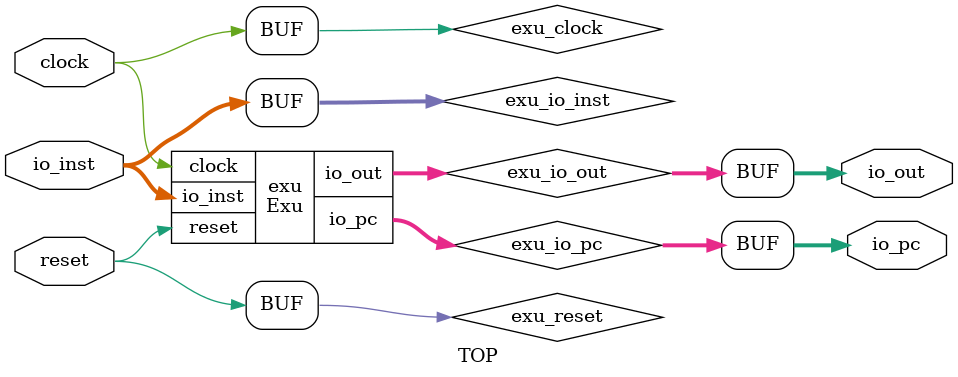
<source format=v>
module NextPc(
  input         io_pclj,
  input         io_pcrs1,
  input  [31:0] io_nowpc,
  input  [31:0] io_imm,
  input  [31:0] io_rs1,
  output [31:0] io_nextpc
);
  wire [31:0] immor4 = io_pclj ? io_imm : 32'h4; // @[singlecpu.scala 226:16]
  wire [31:0] rs1orpc = io_pcrs1 ? io_rs1 : io_nowpc; // @[singlecpu.scala 228:19]
  assign io_nextpc = rs1orpc + immor4; // @[singlecpu.scala 229:24]
endmodule
module PC(
  input         clock,
  input         reset,
  input  [31:0] io_pcin,
  output [31:0] io_pc
);
`ifdef RANDOMIZE_REG_INIT
  reg [31:0] _RAND_0;
`endif // RANDOMIZE_REG_INIT
  reg [31:0] pc; // @[singlecpu.scala 239:19]
  assign io_pc = pc; // @[singlecpu.scala 241:9]
  always @(posedge clock) begin
    if (reset) begin // @[singlecpu.scala 239:19]
      pc <= 32'h80000000; // @[singlecpu.scala 239:19]
    end else begin
      pc <= io_pcin; // @[singlecpu.scala 240:9]
    end
  end
// Register and memory initialization
`ifdef RANDOMIZE_GARBAGE_ASSIGN
`define RANDOMIZE
`endif
`ifdef RANDOMIZE_INVALID_ASSIGN
`define RANDOMIZE
`endif
`ifdef RANDOMIZE_REG_INIT
`define RANDOMIZE
`endif
`ifdef RANDOMIZE_MEM_INIT
`define RANDOMIZE
`endif
`ifndef RANDOM
`define RANDOM $random
`endif
`ifdef RANDOMIZE_MEM_INIT
  integer initvar;
`endif
`ifndef SYNTHESIS
`ifdef FIRRTL_BEFORE_INITIAL
`FIRRTL_BEFORE_INITIAL
`endif
initial begin
  `ifdef RANDOMIZE
    `ifdef INIT_RANDOM
      `INIT_RANDOM
    `endif
    `ifndef VERILATOR
      `ifdef RANDOMIZE_DELAY
        #`RANDOMIZE_DELAY begin end
      `else
        #0.002 begin end
      `endif
    `endif
`ifdef RANDOMIZE_REG_INIT
  _RAND_0 = {1{`RANDOM}};
  pc = _RAND_0[31:0];
`endif // RANDOMIZE_REG_INIT
  `endif // RANDOMIZE
end // initial
`ifdef FIRRTL_AFTER_INITIAL
`FIRRTL_AFTER_INITIAL
`endif
`endif // SYNTHESIS
endmodule
module InstDecode(
  input  [31:0] io_inst,
  output [2:0]  io_format,
  output        io_s1type,
  output        io_s2type,
  output [2:0]  io_jumpctl,
  output [4:0]  io_op,
  output        io_ftrace
);
  wire [31:0] _csignals_T = io_inst & 32'h707f; // @[Lookup.scala 31:38]
  wire  _csignals_T_1 = 32'h13 == _csignals_T; // @[Lookup.scala 31:38]
  wire  _csignals_T_3 = 32'h67 == _csignals_T; // @[Lookup.scala 31:38]
  wire [31:0] _csignals_T_4 = io_inst & 32'h7f; // @[Lookup.scala 31:38]
  wire  _csignals_T_5 = 32'h17 == _csignals_T_4; // @[Lookup.scala 31:38]
  wire  _csignals_T_7 = 32'h6f == _csignals_T_4; // @[Lookup.scala 31:38]
  wire  _csignals_T_9 = 32'h2023 == _csignals_T; // @[Lookup.scala 31:38]
  wire  _csignals_T_11 = 32'h0 == io_inst; // @[Lookup.scala 31:38]
  wire [2:0] _csignals_T_14 = _csignals_T_7 ? 3'h5 : 3'h6; // @[Lookup.scala 34:39]
  wire [2:0] _csignals_T_15 = _csignals_T_5 ? 3'h0 : _csignals_T_14; // @[Lookup.scala 34:39]
  wire [2:0] _csignals_T_16 = _csignals_T_3 ? 3'h1 : _csignals_T_15; // @[Lookup.scala 34:39]
  wire  _csignals_T_19 = _csignals_T_7 ? 1'h0 : 1'h1; // @[Lookup.scala 34:39]
  wire  _csignals_T_20 = _csignals_T_5 ? 1'h0 : _csignals_T_19; // @[Lookup.scala 34:39]
  wire  _csignals_T_22 = _csignals_T_11 ? 1'h0 : 1'h1; // @[Lookup.scala 34:39]
  wire  _csignals_T_23 = _csignals_T_9 ? 1'h0 : _csignals_T_22; // @[Lookup.scala 34:39]
  wire  _csignals_T_24 = _csignals_T_7 ? 1'h0 : _csignals_T_23; // @[Lookup.scala 34:39]
  wire  _csignals_T_25 = _csignals_T_5 ? 1'h0 : _csignals_T_24; // @[Lookup.scala 34:39]
  wire  _csignals_T_26 = _csignals_T_3 ? 1'h0 : _csignals_T_25; // @[Lookup.scala 34:39]
  wire [2:0] _csignals_T_29 = _csignals_T_7 ? 3'h1 : 3'h0; // @[Lookup.scala 34:39]
  wire [2:0] _csignals_T_30 = _csignals_T_5 ? 3'h0 : _csignals_T_29; // @[Lookup.scala 34:39]
  wire [2:0] _csignals_T_31 = _csignals_T_3 ? 3'h2 : _csignals_T_30; // @[Lookup.scala 34:39]
  wire [4:0] _csignals_T_32 = _csignals_T_11 ? 5'h1e : 5'h1f; // @[Lookup.scala 34:39]
  wire [4:0] _csignals_T_33 = _csignals_T_9 ? 5'h1e : _csignals_T_32; // @[Lookup.scala 34:39]
  wire [4:0] _csignals_T_34 = _csignals_T_7 ? 5'h2 : _csignals_T_33; // @[Lookup.scala 34:39]
  wire [4:0] _csignals_T_35 = _csignals_T_5 ? 5'h0 : _csignals_T_34; // @[Lookup.scala 34:39]
  wire [4:0] _csignals_T_36 = _csignals_T_3 ? 5'h2 : _csignals_T_35; // @[Lookup.scala 34:39]
  wire  _csignals_T_40 = _csignals_T_5 ? 1'h0 : _csignals_T_7; // @[Lookup.scala 34:39]
  assign io_format = _csignals_T_1 ? 3'h1 : _csignals_T_16; // @[Lookup.scala 34:39]
  assign io_s1type = _csignals_T_1 | (_csignals_T_3 | _csignals_T_20); // @[Lookup.scala 34:39]
  assign io_s2type = _csignals_T_1 ? 1'h0 : _csignals_T_26; // @[Lookup.scala 34:39]
  assign io_jumpctl = _csignals_T_1 ? 3'h0 : _csignals_T_31; // @[Lookup.scala 34:39]
  assign io_op = _csignals_T_1 ? 5'h0 : _csignals_T_36; // @[Lookup.scala 34:39]
  assign io_ftrace = _csignals_T_1 ? 1'h0 : _csignals_T_3 | _csignals_T_40; // @[Lookup.scala 34:39]
endmodule
module ImmGen(
  input  [2:0]  io_format,
  input  [19:0] io_inst,
  output [31:0] io_out
);
  wire [19:0] _io_out_T_2 = io_inst[19] ? 20'hfffff : 20'h0; // @[Bitwise.scala 77:12]
  wire [31:0] _io_out_T_4 = {_io_out_T_2,io_inst[19:8]}; // @[Cat.scala 33:92]
  wire [31:0] _io_out_T_7 = {io_inst,12'h0}; // @[Cat.scala 33:92]
  wire [11:0] _io_out_T_10 = io_inst[19] ? 12'hfff : 12'h0; // @[Bitwise.scala 77:12]
  wire [32:0] _io_out_T_15 = {_io_out_T_10,io_inst[19],io_inst[7:0],io_inst[8],io_inst[18:9],1'h0}; // @[Cat.scala 33:92]
  wire [32:0] _GEN_0 = io_format == 3'h5 ? _io_out_T_15 : 33'h0; // @[singlecpu.scala 257:36 260:12 262:12]
  wire [32:0] _GEN_1 = io_format == 3'h0 ? {{1'd0}, _io_out_T_7} : _GEN_0; // @[singlecpu.scala 255:36 256:12]
  wire [32:0] _GEN_2 = io_format == 3'h1 ? {{1'd0}, _io_out_T_4} : _GEN_1; // @[singlecpu.scala 253:30 254:12]
  assign io_out = _GEN_2[31:0];
endmodule
module RegFile(
  input         clock,
  input         reset,
  input  [4:0]  io_rs1,
  input  [4:0]  io_rs2,
  input  [4:0]  io_rd,
  input         io_wr,
  input  [31:0] io_datain,
  output [31:0] io_rs1out,
  output [31:0] io_rs2out,
  output [31:0] io_end_state
);
`ifdef RANDOMIZE_REG_INIT
  reg [31:0] _RAND_0;
  reg [31:0] _RAND_1;
  reg [31:0] _RAND_2;
  reg [31:0] _RAND_3;
  reg [31:0] _RAND_4;
  reg [31:0] _RAND_5;
  reg [31:0] _RAND_6;
  reg [31:0] _RAND_7;
  reg [31:0] _RAND_8;
  reg [31:0] _RAND_9;
  reg [31:0] _RAND_10;
  reg [31:0] _RAND_11;
  reg [31:0] _RAND_12;
  reg [31:0] _RAND_13;
  reg [31:0] _RAND_14;
  reg [31:0] _RAND_15;
  reg [31:0] _RAND_16;
  reg [31:0] _RAND_17;
  reg [31:0] _RAND_18;
  reg [31:0] _RAND_19;
  reg [31:0] _RAND_20;
  reg [31:0] _RAND_21;
  reg [31:0] _RAND_22;
  reg [31:0] _RAND_23;
  reg [31:0] _RAND_24;
  reg [31:0] _RAND_25;
  reg [31:0] _RAND_26;
  reg [31:0] _RAND_27;
  reg [31:0] _RAND_28;
  reg [31:0] _RAND_29;
  reg [31:0] _RAND_30;
  reg [31:0] _RAND_31;
`endif // RANDOMIZE_REG_INIT
  reg [31:0] regfile_0; // @[singlecpu.scala 280:24]
  reg [31:0] regfile_1; // @[singlecpu.scala 280:24]
  reg [31:0] regfile_2; // @[singlecpu.scala 280:24]
  reg [31:0] regfile_3; // @[singlecpu.scala 280:24]
  reg [31:0] regfile_4; // @[singlecpu.scala 280:24]
  reg [31:0] regfile_5; // @[singlecpu.scala 280:24]
  reg [31:0] regfile_6; // @[singlecpu.scala 280:24]
  reg [31:0] regfile_7; // @[singlecpu.scala 280:24]
  reg [31:0] regfile_8; // @[singlecpu.scala 280:24]
  reg [31:0] regfile_9; // @[singlecpu.scala 280:24]
  reg [31:0] regfile_10; // @[singlecpu.scala 280:24]
  reg [31:0] regfile_11; // @[singlecpu.scala 280:24]
  reg [31:0] regfile_12; // @[singlecpu.scala 280:24]
  reg [31:0] regfile_13; // @[singlecpu.scala 280:24]
  reg [31:0] regfile_14; // @[singlecpu.scala 280:24]
  reg [31:0] regfile_15; // @[singlecpu.scala 280:24]
  reg [31:0] regfile_16; // @[singlecpu.scala 280:24]
  reg [31:0] regfile_17; // @[singlecpu.scala 280:24]
  reg [31:0] regfile_18; // @[singlecpu.scala 280:24]
  reg [31:0] regfile_19; // @[singlecpu.scala 280:24]
  reg [31:0] regfile_20; // @[singlecpu.scala 280:24]
  reg [31:0] regfile_21; // @[singlecpu.scala 280:24]
  reg [31:0] regfile_22; // @[singlecpu.scala 280:24]
  reg [31:0] regfile_23; // @[singlecpu.scala 280:24]
  reg [31:0] regfile_24; // @[singlecpu.scala 280:24]
  reg [31:0] regfile_25; // @[singlecpu.scala 280:24]
  reg [31:0] regfile_26; // @[singlecpu.scala 280:24]
  reg [31:0] regfile_27; // @[singlecpu.scala 280:24]
  reg [31:0] regfile_28; // @[singlecpu.scala 280:24]
  reg [31:0] regfile_29; // @[singlecpu.scala 280:24]
  reg [31:0] regfile_30; // @[singlecpu.scala 280:24]
  reg [31:0] regfile_31; // @[singlecpu.scala 280:24]
  wire [31:0] _GEN_65 = 5'h1 == io_rs1 ? regfile_1 : regfile_0; // @[singlecpu.scala 291:{13,13}]
  wire [31:0] _GEN_66 = 5'h2 == io_rs1 ? regfile_2 : _GEN_65; // @[singlecpu.scala 291:{13,13}]
  wire [31:0] _GEN_67 = 5'h3 == io_rs1 ? regfile_3 : _GEN_66; // @[singlecpu.scala 291:{13,13}]
  wire [31:0] _GEN_68 = 5'h4 == io_rs1 ? regfile_4 : _GEN_67; // @[singlecpu.scala 291:{13,13}]
  wire [31:0] _GEN_69 = 5'h5 == io_rs1 ? regfile_5 : _GEN_68; // @[singlecpu.scala 291:{13,13}]
  wire [31:0] _GEN_70 = 5'h6 == io_rs1 ? regfile_6 : _GEN_69; // @[singlecpu.scala 291:{13,13}]
  wire [31:0] _GEN_71 = 5'h7 == io_rs1 ? regfile_7 : _GEN_70; // @[singlecpu.scala 291:{13,13}]
  wire [31:0] _GEN_72 = 5'h8 == io_rs1 ? regfile_8 : _GEN_71; // @[singlecpu.scala 291:{13,13}]
  wire [31:0] _GEN_73 = 5'h9 == io_rs1 ? regfile_9 : _GEN_72; // @[singlecpu.scala 291:{13,13}]
  wire [31:0] _GEN_74 = 5'ha == io_rs1 ? regfile_10 : _GEN_73; // @[singlecpu.scala 291:{13,13}]
  wire [31:0] _GEN_75 = 5'hb == io_rs1 ? regfile_11 : _GEN_74; // @[singlecpu.scala 291:{13,13}]
  wire [31:0] _GEN_76 = 5'hc == io_rs1 ? regfile_12 : _GEN_75; // @[singlecpu.scala 291:{13,13}]
  wire [31:0] _GEN_77 = 5'hd == io_rs1 ? regfile_13 : _GEN_76; // @[singlecpu.scala 291:{13,13}]
  wire [31:0] _GEN_78 = 5'he == io_rs1 ? regfile_14 : _GEN_77; // @[singlecpu.scala 291:{13,13}]
  wire [31:0] _GEN_79 = 5'hf == io_rs1 ? regfile_15 : _GEN_78; // @[singlecpu.scala 291:{13,13}]
  wire [31:0] _GEN_80 = 5'h10 == io_rs1 ? regfile_16 : _GEN_79; // @[singlecpu.scala 291:{13,13}]
  wire [31:0] _GEN_81 = 5'h11 == io_rs1 ? regfile_17 : _GEN_80; // @[singlecpu.scala 291:{13,13}]
  wire [31:0] _GEN_82 = 5'h12 == io_rs1 ? regfile_18 : _GEN_81; // @[singlecpu.scala 291:{13,13}]
  wire [31:0] _GEN_83 = 5'h13 == io_rs1 ? regfile_19 : _GEN_82; // @[singlecpu.scala 291:{13,13}]
  wire [31:0] _GEN_84 = 5'h14 == io_rs1 ? regfile_20 : _GEN_83; // @[singlecpu.scala 291:{13,13}]
  wire [31:0] _GEN_85 = 5'h15 == io_rs1 ? regfile_21 : _GEN_84; // @[singlecpu.scala 291:{13,13}]
  wire [31:0] _GEN_86 = 5'h16 == io_rs1 ? regfile_22 : _GEN_85; // @[singlecpu.scala 291:{13,13}]
  wire [31:0] _GEN_87 = 5'h17 == io_rs1 ? regfile_23 : _GEN_86; // @[singlecpu.scala 291:{13,13}]
  wire [31:0] _GEN_88 = 5'h18 == io_rs1 ? regfile_24 : _GEN_87; // @[singlecpu.scala 291:{13,13}]
  wire [31:0] _GEN_89 = 5'h19 == io_rs1 ? regfile_25 : _GEN_88; // @[singlecpu.scala 291:{13,13}]
  wire [31:0] _GEN_90 = 5'h1a == io_rs1 ? regfile_26 : _GEN_89; // @[singlecpu.scala 291:{13,13}]
  wire [31:0] _GEN_91 = 5'h1b == io_rs1 ? regfile_27 : _GEN_90; // @[singlecpu.scala 291:{13,13}]
  wire [31:0] _GEN_92 = 5'h1c == io_rs1 ? regfile_28 : _GEN_91; // @[singlecpu.scala 291:{13,13}]
  wire [31:0] _GEN_93 = 5'h1d == io_rs1 ? regfile_29 : _GEN_92; // @[singlecpu.scala 291:{13,13}]
  wire [31:0] _GEN_94 = 5'h1e == io_rs1 ? regfile_30 : _GEN_93; // @[singlecpu.scala 291:{13,13}]
  wire [31:0] _GEN_97 = 5'h1 == io_rs2 ? regfile_1 : regfile_0; // @[singlecpu.scala 292:{13,13}]
  wire [31:0] _GEN_98 = 5'h2 == io_rs2 ? regfile_2 : _GEN_97; // @[singlecpu.scala 292:{13,13}]
  wire [31:0] _GEN_99 = 5'h3 == io_rs2 ? regfile_3 : _GEN_98; // @[singlecpu.scala 292:{13,13}]
  wire [31:0] _GEN_100 = 5'h4 == io_rs2 ? regfile_4 : _GEN_99; // @[singlecpu.scala 292:{13,13}]
  wire [31:0] _GEN_101 = 5'h5 == io_rs2 ? regfile_5 : _GEN_100; // @[singlecpu.scala 292:{13,13}]
  wire [31:0] _GEN_102 = 5'h6 == io_rs2 ? regfile_6 : _GEN_101; // @[singlecpu.scala 292:{13,13}]
  wire [31:0] _GEN_103 = 5'h7 == io_rs2 ? regfile_7 : _GEN_102; // @[singlecpu.scala 292:{13,13}]
  wire [31:0] _GEN_104 = 5'h8 == io_rs2 ? regfile_8 : _GEN_103; // @[singlecpu.scala 292:{13,13}]
  wire [31:0] _GEN_105 = 5'h9 == io_rs2 ? regfile_9 : _GEN_104; // @[singlecpu.scala 292:{13,13}]
  wire [31:0] _GEN_106 = 5'ha == io_rs2 ? regfile_10 : _GEN_105; // @[singlecpu.scala 292:{13,13}]
  wire [31:0] _GEN_107 = 5'hb == io_rs2 ? regfile_11 : _GEN_106; // @[singlecpu.scala 292:{13,13}]
  wire [31:0] _GEN_108 = 5'hc == io_rs2 ? regfile_12 : _GEN_107; // @[singlecpu.scala 292:{13,13}]
  wire [31:0] _GEN_109 = 5'hd == io_rs2 ? regfile_13 : _GEN_108; // @[singlecpu.scala 292:{13,13}]
  wire [31:0] _GEN_110 = 5'he == io_rs2 ? regfile_14 : _GEN_109; // @[singlecpu.scala 292:{13,13}]
  wire [31:0] _GEN_111 = 5'hf == io_rs2 ? regfile_15 : _GEN_110; // @[singlecpu.scala 292:{13,13}]
  wire [31:0] _GEN_112 = 5'h10 == io_rs2 ? regfile_16 : _GEN_111; // @[singlecpu.scala 292:{13,13}]
  wire [31:0] _GEN_113 = 5'h11 == io_rs2 ? regfile_17 : _GEN_112; // @[singlecpu.scala 292:{13,13}]
  wire [31:0] _GEN_114 = 5'h12 == io_rs2 ? regfile_18 : _GEN_113; // @[singlecpu.scala 292:{13,13}]
  wire [31:0] _GEN_115 = 5'h13 == io_rs2 ? regfile_19 : _GEN_114; // @[singlecpu.scala 292:{13,13}]
  wire [31:0] _GEN_116 = 5'h14 == io_rs2 ? regfile_20 : _GEN_115; // @[singlecpu.scala 292:{13,13}]
  wire [31:0] _GEN_117 = 5'h15 == io_rs2 ? regfile_21 : _GEN_116; // @[singlecpu.scala 292:{13,13}]
  wire [31:0] _GEN_118 = 5'h16 == io_rs2 ? regfile_22 : _GEN_117; // @[singlecpu.scala 292:{13,13}]
  wire [31:0] _GEN_119 = 5'h17 == io_rs2 ? regfile_23 : _GEN_118; // @[singlecpu.scala 292:{13,13}]
  wire [31:0] _GEN_120 = 5'h18 == io_rs2 ? regfile_24 : _GEN_119; // @[singlecpu.scala 292:{13,13}]
  wire [31:0] _GEN_121 = 5'h19 == io_rs2 ? regfile_25 : _GEN_120; // @[singlecpu.scala 292:{13,13}]
  wire [31:0] _GEN_122 = 5'h1a == io_rs2 ? regfile_26 : _GEN_121; // @[singlecpu.scala 292:{13,13}]
  wire [31:0] _GEN_123 = 5'h1b == io_rs2 ? regfile_27 : _GEN_122; // @[singlecpu.scala 292:{13,13}]
  wire [31:0] _GEN_124 = 5'h1c == io_rs2 ? regfile_28 : _GEN_123; // @[singlecpu.scala 292:{13,13}]
  wire [31:0] _GEN_125 = 5'h1d == io_rs2 ? regfile_29 : _GEN_124; // @[singlecpu.scala 292:{13,13}]
  wire [31:0] _GEN_126 = 5'h1e == io_rs2 ? regfile_30 : _GEN_125; // @[singlecpu.scala 292:{13,13}]
  assign io_rs1out = 5'h1f == io_rs1 ? regfile_31 : _GEN_94; // @[singlecpu.scala 291:{13,13}]
  assign io_rs2out = 5'h1f == io_rs2 ? regfile_31 : _GEN_126; // @[singlecpu.scala 292:{13,13}]
  assign io_end_state = regfile_10; // @[singlecpu.scala 281:16]
  always @(posedge clock) begin
    if (reset) begin // @[singlecpu.scala 280:24]
      regfile_0 <= 32'h0; // @[singlecpu.scala 280:24]
    end else if (io_wr) begin // @[singlecpu.scala 286:15]
      if (5'h0 == io_rd) begin // @[singlecpu.scala 287:20]
        if (io_rd == 5'h0) begin // @[singlecpu.scala 287:26]
          regfile_0 <= 32'h0;
        end else begin
          regfile_0 <= io_datain;
        end
      end
    end
    if (reset) begin // @[singlecpu.scala 280:24]
      regfile_1 <= 32'h0; // @[singlecpu.scala 280:24]
    end else if (io_wr) begin // @[singlecpu.scala 286:15]
      if (5'h1 == io_rd) begin // @[singlecpu.scala 287:20]
        if (io_rd == 5'h0) begin // @[singlecpu.scala 287:26]
          regfile_1 <= 32'h0;
        end else begin
          regfile_1 <= io_datain;
        end
      end
    end
    if (reset) begin // @[singlecpu.scala 280:24]
      regfile_2 <= 32'h0; // @[singlecpu.scala 280:24]
    end else if (io_wr) begin // @[singlecpu.scala 286:15]
      if (5'h2 == io_rd) begin // @[singlecpu.scala 287:20]
        if (io_rd == 5'h0) begin // @[singlecpu.scala 287:26]
          regfile_2 <= 32'h0;
        end else begin
          regfile_2 <= io_datain;
        end
      end
    end
    if (reset) begin // @[singlecpu.scala 280:24]
      regfile_3 <= 32'h0; // @[singlecpu.scala 280:24]
    end else if (io_wr) begin // @[singlecpu.scala 286:15]
      if (5'h3 == io_rd) begin // @[singlecpu.scala 287:20]
        if (io_rd == 5'h0) begin // @[singlecpu.scala 287:26]
          regfile_3 <= 32'h0;
        end else begin
          regfile_3 <= io_datain;
        end
      end
    end
    if (reset) begin // @[singlecpu.scala 280:24]
      regfile_4 <= 32'h0; // @[singlecpu.scala 280:24]
    end else if (io_wr) begin // @[singlecpu.scala 286:15]
      if (5'h4 == io_rd) begin // @[singlecpu.scala 287:20]
        if (io_rd == 5'h0) begin // @[singlecpu.scala 287:26]
          regfile_4 <= 32'h0;
        end else begin
          regfile_4 <= io_datain;
        end
      end
    end
    if (reset) begin // @[singlecpu.scala 280:24]
      regfile_5 <= 32'h0; // @[singlecpu.scala 280:24]
    end else if (io_wr) begin // @[singlecpu.scala 286:15]
      if (5'h5 == io_rd) begin // @[singlecpu.scala 287:20]
        if (io_rd == 5'h0) begin // @[singlecpu.scala 287:26]
          regfile_5 <= 32'h0;
        end else begin
          regfile_5 <= io_datain;
        end
      end
    end
    if (reset) begin // @[singlecpu.scala 280:24]
      regfile_6 <= 32'h0; // @[singlecpu.scala 280:24]
    end else if (io_wr) begin // @[singlecpu.scala 286:15]
      if (5'h6 == io_rd) begin // @[singlecpu.scala 287:20]
        if (io_rd == 5'h0) begin // @[singlecpu.scala 287:26]
          regfile_6 <= 32'h0;
        end else begin
          regfile_6 <= io_datain;
        end
      end
    end
    if (reset) begin // @[singlecpu.scala 280:24]
      regfile_7 <= 32'h0; // @[singlecpu.scala 280:24]
    end else if (io_wr) begin // @[singlecpu.scala 286:15]
      if (5'h7 == io_rd) begin // @[singlecpu.scala 287:20]
        if (io_rd == 5'h0) begin // @[singlecpu.scala 287:26]
          regfile_7 <= 32'h0;
        end else begin
          regfile_7 <= io_datain;
        end
      end
    end
    if (reset) begin // @[singlecpu.scala 280:24]
      regfile_8 <= 32'h0; // @[singlecpu.scala 280:24]
    end else if (io_wr) begin // @[singlecpu.scala 286:15]
      if (5'h8 == io_rd) begin // @[singlecpu.scala 287:20]
        if (io_rd == 5'h0) begin // @[singlecpu.scala 287:26]
          regfile_8 <= 32'h0;
        end else begin
          regfile_8 <= io_datain;
        end
      end
    end
    if (reset) begin // @[singlecpu.scala 280:24]
      regfile_9 <= 32'h0; // @[singlecpu.scala 280:24]
    end else if (io_wr) begin // @[singlecpu.scala 286:15]
      if (5'h9 == io_rd) begin // @[singlecpu.scala 287:20]
        if (io_rd == 5'h0) begin // @[singlecpu.scala 287:26]
          regfile_9 <= 32'h0;
        end else begin
          regfile_9 <= io_datain;
        end
      end
    end
    if (reset) begin // @[singlecpu.scala 280:24]
      regfile_10 <= 32'h0; // @[singlecpu.scala 280:24]
    end else if (io_wr) begin // @[singlecpu.scala 286:15]
      if (5'ha == io_rd) begin // @[singlecpu.scala 287:20]
        if (io_rd == 5'h0) begin // @[singlecpu.scala 287:26]
          regfile_10 <= 32'h0;
        end else begin
          regfile_10 <= io_datain;
        end
      end
    end
    if (reset) begin // @[singlecpu.scala 280:24]
      regfile_11 <= 32'h0; // @[singlecpu.scala 280:24]
    end else if (io_wr) begin // @[singlecpu.scala 286:15]
      if (5'hb == io_rd) begin // @[singlecpu.scala 287:20]
        if (io_rd == 5'h0) begin // @[singlecpu.scala 287:26]
          regfile_11 <= 32'h0;
        end else begin
          regfile_11 <= io_datain;
        end
      end
    end
    if (reset) begin // @[singlecpu.scala 280:24]
      regfile_12 <= 32'h0; // @[singlecpu.scala 280:24]
    end else if (io_wr) begin // @[singlecpu.scala 286:15]
      if (5'hc == io_rd) begin // @[singlecpu.scala 287:20]
        if (io_rd == 5'h0) begin // @[singlecpu.scala 287:26]
          regfile_12 <= 32'h0;
        end else begin
          regfile_12 <= io_datain;
        end
      end
    end
    if (reset) begin // @[singlecpu.scala 280:24]
      regfile_13 <= 32'h0; // @[singlecpu.scala 280:24]
    end else if (io_wr) begin // @[singlecpu.scala 286:15]
      if (5'hd == io_rd) begin // @[singlecpu.scala 287:20]
        if (io_rd == 5'h0) begin // @[singlecpu.scala 287:26]
          regfile_13 <= 32'h0;
        end else begin
          regfile_13 <= io_datain;
        end
      end
    end
    if (reset) begin // @[singlecpu.scala 280:24]
      regfile_14 <= 32'h0; // @[singlecpu.scala 280:24]
    end else if (io_wr) begin // @[singlecpu.scala 286:15]
      if (5'he == io_rd) begin // @[singlecpu.scala 287:20]
        if (io_rd == 5'h0) begin // @[singlecpu.scala 287:26]
          regfile_14 <= 32'h0;
        end else begin
          regfile_14 <= io_datain;
        end
      end
    end
    if (reset) begin // @[singlecpu.scala 280:24]
      regfile_15 <= 32'h0; // @[singlecpu.scala 280:24]
    end else if (io_wr) begin // @[singlecpu.scala 286:15]
      if (5'hf == io_rd) begin // @[singlecpu.scala 287:20]
        if (io_rd == 5'h0) begin // @[singlecpu.scala 287:26]
          regfile_15 <= 32'h0;
        end else begin
          regfile_15 <= io_datain;
        end
      end
    end
    if (reset) begin // @[singlecpu.scala 280:24]
      regfile_16 <= 32'h0; // @[singlecpu.scala 280:24]
    end else if (io_wr) begin // @[singlecpu.scala 286:15]
      if (5'h10 == io_rd) begin // @[singlecpu.scala 287:20]
        if (io_rd == 5'h0) begin // @[singlecpu.scala 287:26]
          regfile_16 <= 32'h0;
        end else begin
          regfile_16 <= io_datain;
        end
      end
    end
    if (reset) begin // @[singlecpu.scala 280:24]
      regfile_17 <= 32'h0; // @[singlecpu.scala 280:24]
    end else if (io_wr) begin // @[singlecpu.scala 286:15]
      if (5'h11 == io_rd) begin // @[singlecpu.scala 287:20]
        if (io_rd == 5'h0) begin // @[singlecpu.scala 287:26]
          regfile_17 <= 32'h0;
        end else begin
          regfile_17 <= io_datain;
        end
      end
    end
    if (reset) begin // @[singlecpu.scala 280:24]
      regfile_18 <= 32'h0; // @[singlecpu.scala 280:24]
    end else if (io_wr) begin // @[singlecpu.scala 286:15]
      if (5'h12 == io_rd) begin // @[singlecpu.scala 287:20]
        if (io_rd == 5'h0) begin // @[singlecpu.scala 287:26]
          regfile_18 <= 32'h0;
        end else begin
          regfile_18 <= io_datain;
        end
      end
    end
    if (reset) begin // @[singlecpu.scala 280:24]
      regfile_19 <= 32'h0; // @[singlecpu.scala 280:24]
    end else if (io_wr) begin // @[singlecpu.scala 286:15]
      if (5'h13 == io_rd) begin // @[singlecpu.scala 287:20]
        if (io_rd == 5'h0) begin // @[singlecpu.scala 287:26]
          regfile_19 <= 32'h0;
        end else begin
          regfile_19 <= io_datain;
        end
      end
    end
    if (reset) begin // @[singlecpu.scala 280:24]
      regfile_20 <= 32'h0; // @[singlecpu.scala 280:24]
    end else if (io_wr) begin // @[singlecpu.scala 286:15]
      if (5'h14 == io_rd) begin // @[singlecpu.scala 287:20]
        if (io_rd == 5'h0) begin // @[singlecpu.scala 287:26]
          regfile_20 <= 32'h0;
        end else begin
          regfile_20 <= io_datain;
        end
      end
    end
    if (reset) begin // @[singlecpu.scala 280:24]
      regfile_21 <= 32'h0; // @[singlecpu.scala 280:24]
    end else if (io_wr) begin // @[singlecpu.scala 286:15]
      if (5'h15 == io_rd) begin // @[singlecpu.scala 287:20]
        if (io_rd == 5'h0) begin // @[singlecpu.scala 287:26]
          regfile_21 <= 32'h0;
        end else begin
          regfile_21 <= io_datain;
        end
      end
    end
    if (reset) begin // @[singlecpu.scala 280:24]
      regfile_22 <= 32'h0; // @[singlecpu.scala 280:24]
    end else if (io_wr) begin // @[singlecpu.scala 286:15]
      if (5'h16 == io_rd) begin // @[singlecpu.scala 287:20]
        if (io_rd == 5'h0) begin // @[singlecpu.scala 287:26]
          regfile_22 <= 32'h0;
        end else begin
          regfile_22 <= io_datain;
        end
      end
    end
    if (reset) begin // @[singlecpu.scala 280:24]
      regfile_23 <= 32'h0; // @[singlecpu.scala 280:24]
    end else if (io_wr) begin // @[singlecpu.scala 286:15]
      if (5'h17 == io_rd) begin // @[singlecpu.scala 287:20]
        if (io_rd == 5'h0) begin // @[singlecpu.scala 287:26]
          regfile_23 <= 32'h0;
        end else begin
          regfile_23 <= io_datain;
        end
      end
    end
    if (reset) begin // @[singlecpu.scala 280:24]
      regfile_24 <= 32'h0; // @[singlecpu.scala 280:24]
    end else if (io_wr) begin // @[singlecpu.scala 286:15]
      if (5'h18 == io_rd) begin // @[singlecpu.scala 287:20]
        if (io_rd == 5'h0) begin // @[singlecpu.scala 287:26]
          regfile_24 <= 32'h0;
        end else begin
          regfile_24 <= io_datain;
        end
      end
    end
    if (reset) begin // @[singlecpu.scala 280:24]
      regfile_25 <= 32'h0; // @[singlecpu.scala 280:24]
    end else if (io_wr) begin // @[singlecpu.scala 286:15]
      if (5'h19 == io_rd) begin // @[singlecpu.scala 287:20]
        if (io_rd == 5'h0) begin // @[singlecpu.scala 287:26]
          regfile_25 <= 32'h0;
        end else begin
          regfile_25 <= io_datain;
        end
      end
    end
    if (reset) begin // @[singlecpu.scala 280:24]
      regfile_26 <= 32'h0; // @[singlecpu.scala 280:24]
    end else if (io_wr) begin // @[singlecpu.scala 286:15]
      if (5'h1a == io_rd) begin // @[singlecpu.scala 287:20]
        if (io_rd == 5'h0) begin // @[singlecpu.scala 287:26]
          regfile_26 <= 32'h0;
        end else begin
          regfile_26 <= io_datain;
        end
      end
    end
    if (reset) begin // @[singlecpu.scala 280:24]
      regfile_27 <= 32'h0; // @[singlecpu.scala 280:24]
    end else if (io_wr) begin // @[singlecpu.scala 286:15]
      if (5'h1b == io_rd) begin // @[singlecpu.scala 287:20]
        if (io_rd == 5'h0) begin // @[singlecpu.scala 287:26]
          regfile_27 <= 32'h0;
        end else begin
          regfile_27 <= io_datain;
        end
      end
    end
    if (reset) begin // @[singlecpu.scala 280:24]
      regfile_28 <= 32'h0; // @[singlecpu.scala 280:24]
    end else if (io_wr) begin // @[singlecpu.scala 286:15]
      if (5'h1c == io_rd) begin // @[singlecpu.scala 287:20]
        if (io_rd == 5'h0) begin // @[singlecpu.scala 287:26]
          regfile_28 <= 32'h0;
        end else begin
          regfile_28 <= io_datain;
        end
      end
    end
    if (reset) begin // @[singlecpu.scala 280:24]
      regfile_29 <= 32'h0; // @[singlecpu.scala 280:24]
    end else if (io_wr) begin // @[singlecpu.scala 286:15]
      if (5'h1d == io_rd) begin // @[singlecpu.scala 287:20]
        if (io_rd == 5'h0) begin // @[singlecpu.scala 287:26]
          regfile_29 <= 32'h0;
        end else begin
          regfile_29 <= io_datain;
        end
      end
    end
    if (reset) begin // @[singlecpu.scala 280:24]
      regfile_30 <= 32'h0; // @[singlecpu.scala 280:24]
    end else if (io_wr) begin // @[singlecpu.scala 286:15]
      if (5'h1e == io_rd) begin // @[singlecpu.scala 287:20]
        if (io_rd == 5'h0) begin // @[singlecpu.scala 287:26]
          regfile_30 <= 32'h0;
        end else begin
          regfile_30 <= io_datain;
        end
      end
    end
    if (reset) begin // @[singlecpu.scala 280:24]
      regfile_31 <= 32'h0; // @[singlecpu.scala 280:24]
    end else if (io_wr) begin // @[singlecpu.scala 286:15]
      if (5'h1f == io_rd) begin // @[singlecpu.scala 287:20]
        if (io_rd == 5'h0) begin // @[singlecpu.scala 287:26]
          regfile_31 <= 32'h0;
        end else begin
          regfile_31 <= io_datain;
        end
      end
    end
  end
// Register and memory initialization
`ifdef RANDOMIZE_GARBAGE_ASSIGN
`define RANDOMIZE
`endif
`ifdef RANDOMIZE_INVALID_ASSIGN
`define RANDOMIZE
`endif
`ifdef RANDOMIZE_REG_INIT
`define RANDOMIZE
`endif
`ifdef RANDOMIZE_MEM_INIT
`define RANDOMIZE
`endif
`ifndef RANDOM
`define RANDOM $random
`endif
`ifdef RANDOMIZE_MEM_INIT
  integer initvar;
`endif
`ifndef SYNTHESIS
`ifdef FIRRTL_BEFORE_INITIAL
`FIRRTL_BEFORE_INITIAL
`endif
initial begin
  `ifdef RANDOMIZE
    `ifdef INIT_RANDOM
      `INIT_RANDOM
    `endif
    `ifndef VERILATOR
      `ifdef RANDOMIZE_DELAY
        #`RANDOMIZE_DELAY begin end
      `else
        #0.002 begin end
      `endif
    `endif
`ifdef RANDOMIZE_REG_INIT
  _RAND_0 = {1{`RANDOM}};
  regfile_0 = _RAND_0[31:0];
  _RAND_1 = {1{`RANDOM}};
  regfile_1 = _RAND_1[31:0];
  _RAND_2 = {1{`RANDOM}};
  regfile_2 = _RAND_2[31:0];
  _RAND_3 = {1{`RANDOM}};
  regfile_3 = _RAND_3[31:0];
  _RAND_4 = {1{`RANDOM}};
  regfile_4 = _RAND_4[31:0];
  _RAND_5 = {1{`RANDOM}};
  regfile_5 = _RAND_5[31:0];
  _RAND_6 = {1{`RANDOM}};
  regfile_6 = _RAND_6[31:0];
  _RAND_7 = {1{`RANDOM}};
  regfile_7 = _RAND_7[31:0];
  _RAND_8 = {1{`RANDOM}};
  regfile_8 = _RAND_8[31:0];
  _RAND_9 = {1{`RANDOM}};
  regfile_9 = _RAND_9[31:0];
  _RAND_10 = {1{`RANDOM}};
  regfile_10 = _RAND_10[31:0];
  _RAND_11 = {1{`RANDOM}};
  regfile_11 = _RAND_11[31:0];
  _RAND_12 = {1{`RANDOM}};
  regfile_12 = _RAND_12[31:0];
  _RAND_13 = {1{`RANDOM}};
  regfile_13 = _RAND_13[31:0];
  _RAND_14 = {1{`RANDOM}};
  regfile_14 = _RAND_14[31:0];
  _RAND_15 = {1{`RANDOM}};
  regfile_15 = _RAND_15[31:0];
  _RAND_16 = {1{`RANDOM}};
  regfile_16 = _RAND_16[31:0];
  _RAND_17 = {1{`RANDOM}};
  regfile_17 = _RAND_17[31:0];
  _RAND_18 = {1{`RANDOM}};
  regfile_18 = _RAND_18[31:0];
  _RAND_19 = {1{`RANDOM}};
  regfile_19 = _RAND_19[31:0];
  _RAND_20 = {1{`RANDOM}};
  regfile_20 = _RAND_20[31:0];
  _RAND_21 = {1{`RANDOM}};
  regfile_21 = _RAND_21[31:0];
  _RAND_22 = {1{`RANDOM}};
  regfile_22 = _RAND_22[31:0];
  _RAND_23 = {1{`RANDOM}};
  regfile_23 = _RAND_23[31:0];
  _RAND_24 = {1{`RANDOM}};
  regfile_24 = _RAND_24[31:0];
  _RAND_25 = {1{`RANDOM}};
  regfile_25 = _RAND_25[31:0];
  _RAND_26 = {1{`RANDOM}};
  regfile_26 = _RAND_26[31:0];
  _RAND_27 = {1{`RANDOM}};
  regfile_27 = _RAND_27[31:0];
  _RAND_28 = {1{`RANDOM}};
  regfile_28 = _RAND_28[31:0];
  _RAND_29 = {1{`RANDOM}};
  regfile_29 = _RAND_29[31:0];
  _RAND_30 = {1{`RANDOM}};
  regfile_30 = _RAND_30[31:0];
  _RAND_31 = {1{`RANDOM}};
  regfile_31 = _RAND_31[31:0];
`endif // RANDOMIZE_REG_INIT
  `endif // RANDOMIZE
end // initial
`ifdef FIRRTL_AFTER_INITIAL
`FIRRTL_AFTER_INITIAL
`endif
`endif // SYNTHESIS
endmodule
module R1mux(
  input         io_r1type,
  input  [31:0] io_rs1,
  input  [31:0] io_pc,
  output [31:0] io_r1out
);
  assign io_r1out = io_r1type ? io_rs1 : io_pc; // @[singlecpu.scala 135:18]
endmodule
module Alu(
  input         clock,
  input         reset,
  input  [31:0] io_s1,
  input  [31:0] io_s2,
  input  [4:0]  io_op,
  output [31:0] io_out,
  output        io_rw,
  output        io_end
);
  wire  _T = io_op == 5'h0; // @[singlecpu.scala 162:14]
  wire [31:0] _io_out_T_1 = io_s1 + io_s2; // @[singlecpu.scala 163:21]
  wire  _T_1 = io_op == 5'h1f; // @[singlecpu.scala 166:20]
  wire  _T_2 = io_op == 5'h1e; // @[singlecpu.scala 171:20]
  wire  _T_4 = ~reset; // @[singlecpu.scala 174:11]
  wire  _T_5 = io_op == 5'h2; // @[singlecpu.scala 175:20]
  wire [31:0] _io_out_T_3 = io_s1 + 32'h4; // @[singlecpu.scala 176:21]
  wire [31:0] _GEN_0 = io_op == 5'h2 ? _io_out_T_3 : 32'h0; // @[singlecpu.scala 175:33 176:12 181:12]
  wire  _GEN_2 = io_op == 5'h2 ? 1'h0 : 1'h1; // @[singlecpu.scala 160:10 175:33 183:12]
  wire [31:0] _GEN_3 = io_op == 5'h1e ? 32'h0 : _GEN_0; // @[singlecpu.scala 171:32 172:12]
  wire  _GEN_4 = io_op == 5'h1e ? 1'h0 : _T_5; // @[singlecpu.scala 171:32 173:12]
  wire  _GEN_5 = io_op == 5'h1e ? 1'h0 : _GEN_2; // @[singlecpu.scala 160:10 171:32]
  wire [31:0] _GEN_6 = io_op == 5'h1f ? 32'h0 : _GEN_3; // @[singlecpu.scala 166:32 167:12]
  wire  _GEN_7 = io_op == 5'h1f ? 1'h0 : _GEN_4; // @[singlecpu.scala 166:32 168:12]
  wire  _GEN_8 = io_op == 5'h1f | _GEN_5; // @[singlecpu.scala 166:32 169:12]
  wire  _GEN_14 = ~_T & ~_T_1; // @[singlecpu.scala 174:11]
  wire  _GEN_20 = _GEN_14 & ~_T_2; // @[singlecpu.scala 178:11]
  assign io_out = io_op == 5'h0 ? _io_out_T_1 : _GEN_6; // @[singlecpu.scala 162:26 163:12]
  assign io_rw = io_op == 5'h0 | _GEN_7; // @[singlecpu.scala 162:26 164:12]
  assign io_end = io_op == 5'h0 ? 1'h0 : _GEN_8; // @[singlecpu.scala 160:10 162:26]
  always @(posedge clock) begin
    `ifndef SYNTHESIS
    `ifdef PRINTF_COND
      if (`PRINTF_COND) begin
    `endif
        if (~_T & ~_T_1 & _T_2 & ~reset) begin
          $fwrite(32'h80000002,"instruction nop!\n"); // @[singlecpu.scala 174:11]
        end
    `ifdef PRINTF_COND
      end
    `endif
    `endif // SYNTHESIS
    `ifndef SYNTHESIS
    `ifdef PRINTF_COND
      if (`PRINTF_COND) begin
    `endif
        if (_GEN_14 & ~_T_2 & _T_5 & _T_4) begin
          $fwrite(32'h80000002,"jump ret \n"); // @[singlecpu.scala 178:11]
        end
    `ifdef PRINTF_COND
      end
    `endif
    `endif // SYNTHESIS
    `ifndef SYNTHESIS
    `ifdef PRINTF_COND
      if (`PRINTF_COND) begin
    `endif
        if (_GEN_20 & ~_T_5 & _T_4) begin
          $fwrite(32'h80000002,"Error: Unknown instruction!\n"); // @[singlecpu.scala 184:11]
        end
    `ifdef PRINTF_COND
      end
    `endif
    `endif // SYNTHESIS
  end
endmodule
module JumpCtl(
  input  [2:0] io_ctl,
  output       io_pclj,
  output       io_pcrs1
);
  wire  _T_1 = io_ctl == 3'h2; // @[singlecpu.scala 204:21]
  assign io_pclj = io_ctl == 3'h1 | _T_1; // @[singlecpu.scala 201:33 202:14]
  assign io_pcrs1 = io_ctl == 3'h1 ? 1'h0 : _T_1; // @[singlecpu.scala 201:33 203:14]
endmodule
module Exu(
  input         clock,
  input         reset,
  input  [31:0] io_inst,
  output [31:0] io_out,
  output [31:0] io_pc
);
  wire  nextpc_io_pclj; // @[singlecpu.scala 303:22]
  wire  nextpc_io_pcrs1; // @[singlecpu.scala 303:22]
  wire [31:0] nextpc_io_nowpc; // @[singlecpu.scala 303:22]
  wire [31:0] nextpc_io_imm; // @[singlecpu.scala 303:22]
  wire [31:0] nextpc_io_rs1; // @[singlecpu.scala 303:22]
  wire [31:0] nextpc_io_nextpc; // @[singlecpu.scala 303:22]
  wire  pc_clock; // @[singlecpu.scala 304:22]
  wire  pc_reset; // @[singlecpu.scala 304:22]
  wire [31:0] pc_io_pcin; // @[singlecpu.scala 304:22]
  wire [31:0] pc_io_pc; // @[singlecpu.scala 304:22]
  wire [31:0] source_decoder_io_inst; // @[singlecpu.scala 306:30]
  wire [2:0] source_decoder_io_format; // @[singlecpu.scala 306:30]
  wire  source_decoder_io_s1type; // @[singlecpu.scala 306:30]
  wire  source_decoder_io_s2type; // @[singlecpu.scala 306:30]
  wire [2:0] source_decoder_io_jumpctl; // @[singlecpu.scala 306:30]
  wire [4:0] source_decoder_io_op; // @[singlecpu.scala 306:30]
  wire  source_decoder_io_ftrace; // @[singlecpu.scala 306:30]
  wire [2:0] immgen_io_format; // @[singlecpu.scala 307:30]
  wire [19:0] immgen_io_inst; // @[singlecpu.scala 307:30]
  wire [31:0] immgen_io_out; // @[singlecpu.scala 307:30]
  wire  regfile_clock; // @[singlecpu.scala 308:30]
  wire  regfile_reset; // @[singlecpu.scala 308:30]
  wire [4:0] regfile_io_rs1; // @[singlecpu.scala 308:30]
  wire [4:0] regfile_io_rs2; // @[singlecpu.scala 308:30]
  wire [4:0] regfile_io_rd; // @[singlecpu.scala 308:30]
  wire  regfile_io_wr; // @[singlecpu.scala 308:30]
  wire [31:0] regfile_io_datain; // @[singlecpu.scala 308:30]
  wire [31:0] regfile_io_rs1out; // @[singlecpu.scala 308:30]
  wire [31:0] regfile_io_rs2out; // @[singlecpu.scala 308:30]
  wire [31:0] regfile_io_end_state; // @[singlecpu.scala 308:30]
  wire  r1mux_io_r1type; // @[singlecpu.scala 309:30]
  wire [31:0] r1mux_io_rs1; // @[singlecpu.scala 309:30]
  wire [31:0] r1mux_io_pc; // @[singlecpu.scala 309:30]
  wire [31:0] r1mux_io_r1out; // @[singlecpu.scala 309:30]
  wire  r2mux_io_r1type; // @[singlecpu.scala 310:30]
  wire [31:0] r2mux_io_rs1; // @[singlecpu.scala 310:30]
  wire [31:0] r2mux_io_pc; // @[singlecpu.scala 310:30]
  wire [31:0] r2mux_io_r1out; // @[singlecpu.scala 310:30]
  wire  alu_clock; // @[singlecpu.scala 311:30]
  wire  alu_reset; // @[singlecpu.scala 311:30]
  wire [31:0] alu_io_s1; // @[singlecpu.scala 311:30]
  wire [31:0] alu_io_s2; // @[singlecpu.scala 311:30]
  wire [4:0] alu_io_op; // @[singlecpu.scala 311:30]
  wire [31:0] alu_io_out; // @[singlecpu.scala 311:30]
  wire  alu_io_rw; // @[singlecpu.scala 311:30]
  wire  alu_io_end; // @[singlecpu.scala 311:30]
  wire  endnpc_endflag; // @[singlecpu.scala 313:22]
  wire [31:0] endnpc_state; // @[singlecpu.scala 313:22]
  wire [31:0] insttrace_inst; // @[singlecpu.scala 316:25]
  wire [31:0] insttrace_pc; // @[singlecpu.scala 316:25]
  wire  insttrace_clock; // @[singlecpu.scala 316:25]
  wire [31:0] ftrace_inst; // @[singlecpu.scala 317:25]
  wire [31:0] ftrace_pc; // @[singlecpu.scala 317:25]
  wire [31:0] ftrace_nextpc; // @[singlecpu.scala 317:25]
  wire  ftrace_jump; // @[singlecpu.scala 317:25]
  wire  ftrace_clock; // @[singlecpu.scala 317:25]
  wire [2:0] jumpctl_io_ctl; // @[singlecpu.scala 318:25]
  wire  jumpctl_io_pclj; // @[singlecpu.scala 318:25]
  wire  jumpctl_io_pcrs1; // @[singlecpu.scala 318:25]
  NextPc nextpc ( // @[singlecpu.scala 303:22]
    .io_pclj(nextpc_io_pclj),
    .io_pcrs1(nextpc_io_pcrs1),
    .io_nowpc(nextpc_io_nowpc),
    .io_imm(nextpc_io_imm),
    .io_rs1(nextpc_io_rs1),
    .io_nextpc(nextpc_io_nextpc)
  );
  PC pc ( // @[singlecpu.scala 304:22]
    .clock(pc_clock),
    .reset(pc_reset),
    .io_pcin(pc_io_pcin),
    .io_pc(pc_io_pc)
  );
  InstDecode source_decoder ( // @[singlecpu.scala 306:30]
    .io_inst(source_decoder_io_inst),
    .io_format(source_decoder_io_format),
    .io_s1type(source_decoder_io_s1type),
    .io_s2type(source_decoder_io_s2type),
    .io_jumpctl(source_decoder_io_jumpctl),
    .io_op(source_decoder_io_op),
    .io_ftrace(source_decoder_io_ftrace)
  );
  ImmGen immgen ( // @[singlecpu.scala 307:30]
    .io_format(immgen_io_format),
    .io_inst(immgen_io_inst),
    .io_out(immgen_io_out)
  );
  RegFile regfile ( // @[singlecpu.scala 308:30]
    .clock(regfile_clock),
    .reset(regfile_reset),
    .io_rs1(regfile_io_rs1),
    .io_rs2(regfile_io_rs2),
    .io_rd(regfile_io_rd),
    .io_wr(regfile_io_wr),
    .io_datain(regfile_io_datain),
    .io_rs1out(regfile_io_rs1out),
    .io_rs2out(regfile_io_rs2out),
    .io_end_state(regfile_io_end_state)
  );
  R1mux r1mux ( // @[singlecpu.scala 309:30]
    .io_r1type(r1mux_io_r1type),
    .io_rs1(r1mux_io_rs1),
    .io_pc(r1mux_io_pc),
    .io_r1out(r1mux_io_r1out)
  );
  R1mux r2mux ( // @[singlecpu.scala 310:30]
    .io_r1type(r2mux_io_r1type),
    .io_rs1(r2mux_io_rs1),
    .io_pc(r2mux_io_pc),
    .io_r1out(r2mux_io_r1out)
  );
  Alu alu ( // @[singlecpu.scala 311:30]
    .clock(alu_clock),
    .reset(alu_reset),
    .io_s1(alu_io_s1),
    .io_s2(alu_io_s2),
    .io_op(alu_io_op),
    .io_out(alu_io_out),
    .io_rw(alu_io_rw),
    .io_end(alu_io_end)
  );
  EndNpc endnpc ( // @[singlecpu.scala 313:22]
    .endflag(endnpc_endflag),
    .state(endnpc_state)
  );
  InstTrace insttrace ( // @[singlecpu.scala 316:25]
    .inst(insttrace_inst),
    .pc(insttrace_pc),
    .clock(insttrace_clock)
  );
  Ftrace ftrace ( // @[singlecpu.scala 317:25]
    .inst(ftrace_inst),
    .pc(ftrace_pc),
    .nextpc(ftrace_nextpc),
    .jump(ftrace_jump),
    .clock(ftrace_clock)
  );
  JumpCtl jumpctl ( // @[singlecpu.scala 318:25]
    .io_ctl(jumpctl_io_ctl),
    .io_pclj(jumpctl_io_pclj),
    .io_pcrs1(jumpctl_io_pcrs1)
  );
  assign io_out = alu_io_out; // @[singlecpu.scala 372:10]
  assign io_pc = pc_io_pc; // @[singlecpu.scala 330:14]
  assign nextpc_io_pclj = jumpctl_io_pclj; // @[singlecpu.scala 327:19]
  assign nextpc_io_pcrs1 = jumpctl_io_pcrs1; // @[singlecpu.scala 328:19]
  assign nextpc_io_nowpc = pc_io_pc; // @[singlecpu.scala 325:19]
  assign nextpc_io_imm = immgen_io_out; // @[singlecpu.scala 324:19]
  assign nextpc_io_rs1 = regfile_io_rs1out; // @[singlecpu.scala 326:19]
  assign pc_clock = clock;
  assign pc_reset = reset;
  assign pc_io_pcin = nextpc_io_nextpc; // @[singlecpu.scala 331:14]
  assign source_decoder_io_inst = io_inst; // @[singlecpu.scala 333:26]
  assign immgen_io_format = source_decoder_io_format; // @[singlecpu.scala 344:20]
  assign immgen_io_inst = io_inst[31:12]; // @[singlecpu.scala 345:30]
  assign regfile_clock = clock;
  assign regfile_reset = reset;
  assign regfile_io_rs1 = io_inst[19:15]; // @[singlecpu.scala 337:28]
  assign regfile_io_rs2 = io_inst[24:20]; // @[singlecpu.scala 338:28]
  assign regfile_io_rd = io_inst[11:7]; // @[singlecpu.scala 339:28]
  assign regfile_io_wr = alu_io_rw; // @[singlecpu.scala 342:21]
  assign regfile_io_datain = alu_io_out; // @[singlecpu.scala 341:21]
  assign r1mux_io_r1type = source_decoder_io_s1type; // @[singlecpu.scala 350:19]
  assign r1mux_io_rs1 = regfile_io_rs1out; // @[singlecpu.scala 352:19]
  assign r1mux_io_pc = pc_io_pc; // @[singlecpu.scala 351:19]
  assign r2mux_io_r1type = source_decoder_io_s2type; // @[singlecpu.scala 354:19]
  assign r2mux_io_rs1 = regfile_io_rs2out; // @[singlecpu.scala 356:19]
  assign r2mux_io_pc = immgen_io_out; // @[singlecpu.scala 355:19]
  assign alu_clock = clock;
  assign alu_reset = reset;
  assign alu_io_s1 = r1mux_io_r1out; // @[singlecpu.scala 359:13]
  assign alu_io_s2 = r2mux_io_r1out; // @[singlecpu.scala 360:13]
  assign alu_io_op = source_decoder_io_op; // @[singlecpu.scala 358:13]
  assign endnpc_endflag = alu_io_end; // @[singlecpu.scala 347:21]
  assign endnpc_state = regfile_io_end_state; // @[singlecpu.scala 348:21]
  assign insttrace_inst = source_decoder_io_inst; // @[singlecpu.scala 362:22]
  assign insttrace_pc = pc_io_pc; // @[singlecpu.scala 363:22]
  assign insttrace_clock = clock; // @[singlecpu.scala 364:22]
  assign ftrace_inst = source_decoder_io_inst; // @[singlecpu.scala 366:20]
  assign ftrace_pc = pc_io_pc; // @[singlecpu.scala 367:20]
  assign ftrace_nextpc = alu_io_out; // @[singlecpu.scala 368:20]
  assign ftrace_jump = source_decoder_io_ftrace; // @[singlecpu.scala 370:20]
  assign ftrace_clock = clock; // @[singlecpu.scala 369:20]
  assign jumpctl_io_ctl = source_decoder_io_jumpctl; // @[singlecpu.scala 335:18]
endmodule
module TOP(
  input         clock,
  input         reset,
  input  [31:0] io_inst,
  output [31:0] io_pc,
  output [31:0] io_out
);
  wire  exu_clock; // @[TOP.scala 13:19]
  wire  exu_reset; // @[TOP.scala 13:19]
  wire [31:0] exu_io_inst; // @[TOP.scala 13:19]
  wire [31:0] exu_io_out; // @[TOP.scala 13:19]
  wire [31:0] exu_io_pc; // @[TOP.scala 13:19]
  Exu exu ( // @[TOP.scala 13:19]
    .clock(exu_clock),
    .reset(exu_reset),
    .io_inst(exu_io_inst),
    .io_out(exu_io_out),
    .io_pc(exu_io_pc)
  );
  assign io_pc = exu_io_pc; // @[TOP.scala 14:15]
  assign io_out = exu_io_out; // @[TOP.scala 16:15]
  assign exu_clock = clock;
  assign exu_reset = reset;
  assign exu_io_inst = io_inst; // @[TOP.scala 15:15]
endmodule

</source>
